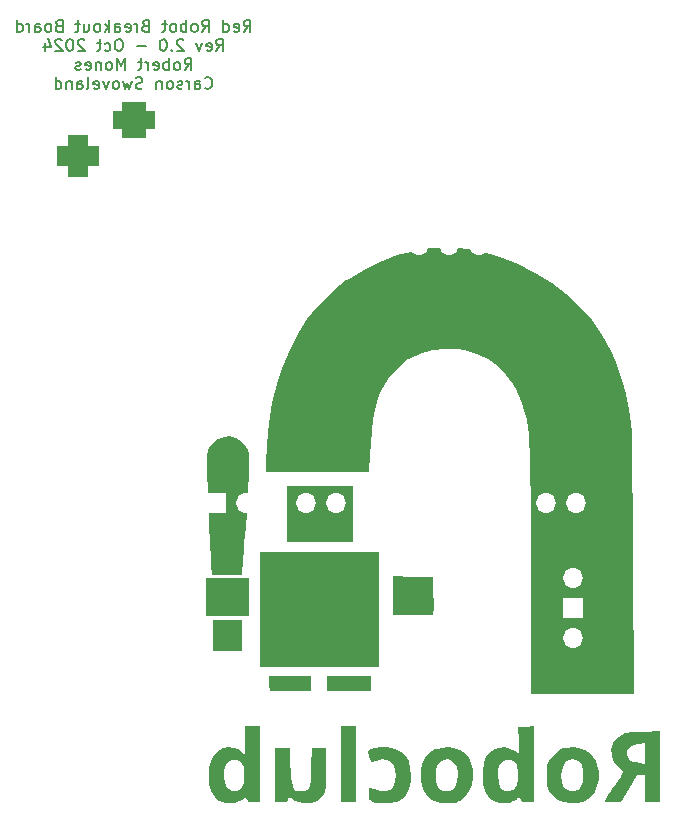
<source format=gbo>
%TF.GenerationSoftware,KiCad,Pcbnew,8.0.1-8.0.1-1~ubuntu22.04.1*%
%TF.CreationDate,2024-10-21T19:50:32-04:00*%
%TF.ProjectId,RedRobotBreakout,52656452-6f62-46f7-9442-7265616b6f75,rev?*%
%TF.SameCoordinates,Original*%
%TF.FileFunction,Legend,Bot*%
%TF.FilePolarity,Positive*%
%FSLAX46Y46*%
G04 Gerber Fmt 4.6, Leading zero omitted, Abs format (unit mm)*
G04 Created by KiCad (PCBNEW 8.0.1-8.0.1-1~ubuntu22.04.1) date 2024-10-21 19:50:32*
%MOMM*%
%LPD*%
G01*
G04 APERTURE LIST*
G04 Aperture macros list*
%AMRoundRect*
0 Rectangle with rounded corners*
0 $1 Rounding radius*
0 $2 $3 $4 $5 $6 $7 $8 $9 X,Y pos of 4 corners*
0 Add a 4 corners polygon primitive as box body*
4,1,4,$2,$3,$4,$5,$6,$7,$8,$9,$2,$3,0*
0 Add four circle primitives for the rounded corners*
1,1,$1+$1,$2,$3*
1,1,$1+$1,$4,$5*
1,1,$1+$1,$6,$7*
1,1,$1+$1,$8,$9*
0 Add four rect primitives between the rounded corners*
20,1,$1+$1,$2,$3,$4,$5,0*
20,1,$1+$1,$4,$5,$6,$7,0*
20,1,$1+$1,$6,$7,$8,$9,0*
20,1,$1+$1,$8,$9,$2,$3,0*%
G04 Aperture macros list end*
%ADD10C,0.150000*%
%ADD11C,0.000000*%
%ADD12RoundRect,0.875000X-0.875000X0.875000X-0.875000X-0.875000X0.875000X-0.875000X0.875000X0.875000X0*%
%ADD13RoundRect,0.750000X-1.000000X0.750000X-1.000000X-0.750000X1.000000X-0.750000X1.000000X0.750000X0*%
%ADD14R,3.500000X3.500000*%
%ADD15R,1.700000X1.700000*%
%ADD16O,1.700000X1.700000*%
%ADD17C,0.800000*%
%ADD18C,6.400000*%
%ADD19C,1.700000*%
%ADD20O,1.800000X1.800000*%
%ADD21O,1.500000X1.500000*%
G04 APERTURE END LIST*
D10*
X164249525Y-33139987D02*
X164582858Y-32663796D01*
X164820953Y-33139987D02*
X164820953Y-32139987D01*
X164820953Y-32139987D02*
X164440001Y-32139987D01*
X164440001Y-32139987D02*
X164344763Y-32187606D01*
X164344763Y-32187606D02*
X164297144Y-32235225D01*
X164297144Y-32235225D02*
X164249525Y-32330463D01*
X164249525Y-32330463D02*
X164249525Y-32473320D01*
X164249525Y-32473320D02*
X164297144Y-32568558D01*
X164297144Y-32568558D02*
X164344763Y-32616177D01*
X164344763Y-32616177D02*
X164440001Y-32663796D01*
X164440001Y-32663796D02*
X164820953Y-32663796D01*
X163440001Y-33092368D02*
X163535239Y-33139987D01*
X163535239Y-33139987D02*
X163725715Y-33139987D01*
X163725715Y-33139987D02*
X163820953Y-33092368D01*
X163820953Y-33092368D02*
X163868572Y-32997129D01*
X163868572Y-32997129D02*
X163868572Y-32616177D01*
X163868572Y-32616177D02*
X163820953Y-32520939D01*
X163820953Y-32520939D02*
X163725715Y-32473320D01*
X163725715Y-32473320D02*
X163535239Y-32473320D01*
X163535239Y-32473320D02*
X163440001Y-32520939D01*
X163440001Y-32520939D02*
X163392382Y-32616177D01*
X163392382Y-32616177D02*
X163392382Y-32711415D01*
X163392382Y-32711415D02*
X163868572Y-32806653D01*
X162535239Y-33139987D02*
X162535239Y-32139987D01*
X162535239Y-33092368D02*
X162630477Y-33139987D01*
X162630477Y-33139987D02*
X162820953Y-33139987D01*
X162820953Y-33139987D02*
X162916191Y-33092368D01*
X162916191Y-33092368D02*
X162963810Y-33044748D01*
X162963810Y-33044748D02*
X163011429Y-32949510D01*
X163011429Y-32949510D02*
X163011429Y-32663796D01*
X163011429Y-32663796D02*
X162963810Y-32568558D01*
X162963810Y-32568558D02*
X162916191Y-32520939D01*
X162916191Y-32520939D02*
X162820953Y-32473320D01*
X162820953Y-32473320D02*
X162630477Y-32473320D01*
X162630477Y-32473320D02*
X162535239Y-32520939D01*
X160725715Y-33139987D02*
X161059048Y-32663796D01*
X161297143Y-33139987D02*
X161297143Y-32139987D01*
X161297143Y-32139987D02*
X160916191Y-32139987D01*
X160916191Y-32139987D02*
X160820953Y-32187606D01*
X160820953Y-32187606D02*
X160773334Y-32235225D01*
X160773334Y-32235225D02*
X160725715Y-32330463D01*
X160725715Y-32330463D02*
X160725715Y-32473320D01*
X160725715Y-32473320D02*
X160773334Y-32568558D01*
X160773334Y-32568558D02*
X160820953Y-32616177D01*
X160820953Y-32616177D02*
X160916191Y-32663796D01*
X160916191Y-32663796D02*
X161297143Y-32663796D01*
X160154286Y-33139987D02*
X160249524Y-33092368D01*
X160249524Y-33092368D02*
X160297143Y-33044748D01*
X160297143Y-33044748D02*
X160344762Y-32949510D01*
X160344762Y-32949510D02*
X160344762Y-32663796D01*
X160344762Y-32663796D02*
X160297143Y-32568558D01*
X160297143Y-32568558D02*
X160249524Y-32520939D01*
X160249524Y-32520939D02*
X160154286Y-32473320D01*
X160154286Y-32473320D02*
X160011429Y-32473320D01*
X160011429Y-32473320D02*
X159916191Y-32520939D01*
X159916191Y-32520939D02*
X159868572Y-32568558D01*
X159868572Y-32568558D02*
X159820953Y-32663796D01*
X159820953Y-32663796D02*
X159820953Y-32949510D01*
X159820953Y-32949510D02*
X159868572Y-33044748D01*
X159868572Y-33044748D02*
X159916191Y-33092368D01*
X159916191Y-33092368D02*
X160011429Y-33139987D01*
X160011429Y-33139987D02*
X160154286Y-33139987D01*
X159392381Y-33139987D02*
X159392381Y-32139987D01*
X159392381Y-32520939D02*
X159297143Y-32473320D01*
X159297143Y-32473320D02*
X159106667Y-32473320D01*
X159106667Y-32473320D02*
X159011429Y-32520939D01*
X159011429Y-32520939D02*
X158963810Y-32568558D01*
X158963810Y-32568558D02*
X158916191Y-32663796D01*
X158916191Y-32663796D02*
X158916191Y-32949510D01*
X158916191Y-32949510D02*
X158963810Y-33044748D01*
X158963810Y-33044748D02*
X159011429Y-33092368D01*
X159011429Y-33092368D02*
X159106667Y-33139987D01*
X159106667Y-33139987D02*
X159297143Y-33139987D01*
X159297143Y-33139987D02*
X159392381Y-33092368D01*
X158344762Y-33139987D02*
X158440000Y-33092368D01*
X158440000Y-33092368D02*
X158487619Y-33044748D01*
X158487619Y-33044748D02*
X158535238Y-32949510D01*
X158535238Y-32949510D02*
X158535238Y-32663796D01*
X158535238Y-32663796D02*
X158487619Y-32568558D01*
X158487619Y-32568558D02*
X158440000Y-32520939D01*
X158440000Y-32520939D02*
X158344762Y-32473320D01*
X158344762Y-32473320D02*
X158201905Y-32473320D01*
X158201905Y-32473320D02*
X158106667Y-32520939D01*
X158106667Y-32520939D02*
X158059048Y-32568558D01*
X158059048Y-32568558D02*
X158011429Y-32663796D01*
X158011429Y-32663796D02*
X158011429Y-32949510D01*
X158011429Y-32949510D02*
X158059048Y-33044748D01*
X158059048Y-33044748D02*
X158106667Y-33092368D01*
X158106667Y-33092368D02*
X158201905Y-33139987D01*
X158201905Y-33139987D02*
X158344762Y-33139987D01*
X157725714Y-32473320D02*
X157344762Y-32473320D01*
X157582857Y-32139987D02*
X157582857Y-32997129D01*
X157582857Y-32997129D02*
X157535238Y-33092368D01*
X157535238Y-33092368D02*
X157440000Y-33139987D01*
X157440000Y-33139987D02*
X157344762Y-33139987D01*
X155916190Y-32616177D02*
X155773333Y-32663796D01*
X155773333Y-32663796D02*
X155725714Y-32711415D01*
X155725714Y-32711415D02*
X155678095Y-32806653D01*
X155678095Y-32806653D02*
X155678095Y-32949510D01*
X155678095Y-32949510D02*
X155725714Y-33044748D01*
X155725714Y-33044748D02*
X155773333Y-33092368D01*
X155773333Y-33092368D02*
X155868571Y-33139987D01*
X155868571Y-33139987D02*
X156249523Y-33139987D01*
X156249523Y-33139987D02*
X156249523Y-32139987D01*
X156249523Y-32139987D02*
X155916190Y-32139987D01*
X155916190Y-32139987D02*
X155820952Y-32187606D01*
X155820952Y-32187606D02*
X155773333Y-32235225D01*
X155773333Y-32235225D02*
X155725714Y-32330463D01*
X155725714Y-32330463D02*
X155725714Y-32425701D01*
X155725714Y-32425701D02*
X155773333Y-32520939D01*
X155773333Y-32520939D02*
X155820952Y-32568558D01*
X155820952Y-32568558D02*
X155916190Y-32616177D01*
X155916190Y-32616177D02*
X156249523Y-32616177D01*
X155249523Y-33139987D02*
X155249523Y-32473320D01*
X155249523Y-32663796D02*
X155201904Y-32568558D01*
X155201904Y-32568558D02*
X155154285Y-32520939D01*
X155154285Y-32520939D02*
X155059047Y-32473320D01*
X155059047Y-32473320D02*
X154963809Y-32473320D01*
X154249523Y-33092368D02*
X154344761Y-33139987D01*
X154344761Y-33139987D02*
X154535237Y-33139987D01*
X154535237Y-33139987D02*
X154630475Y-33092368D01*
X154630475Y-33092368D02*
X154678094Y-32997129D01*
X154678094Y-32997129D02*
X154678094Y-32616177D01*
X154678094Y-32616177D02*
X154630475Y-32520939D01*
X154630475Y-32520939D02*
X154535237Y-32473320D01*
X154535237Y-32473320D02*
X154344761Y-32473320D01*
X154344761Y-32473320D02*
X154249523Y-32520939D01*
X154249523Y-32520939D02*
X154201904Y-32616177D01*
X154201904Y-32616177D02*
X154201904Y-32711415D01*
X154201904Y-32711415D02*
X154678094Y-32806653D01*
X153344761Y-33139987D02*
X153344761Y-32616177D01*
X153344761Y-32616177D02*
X153392380Y-32520939D01*
X153392380Y-32520939D02*
X153487618Y-32473320D01*
X153487618Y-32473320D02*
X153678094Y-32473320D01*
X153678094Y-32473320D02*
X153773332Y-32520939D01*
X153344761Y-33092368D02*
X153439999Y-33139987D01*
X153439999Y-33139987D02*
X153678094Y-33139987D01*
X153678094Y-33139987D02*
X153773332Y-33092368D01*
X153773332Y-33092368D02*
X153820951Y-32997129D01*
X153820951Y-32997129D02*
X153820951Y-32901891D01*
X153820951Y-32901891D02*
X153773332Y-32806653D01*
X153773332Y-32806653D02*
X153678094Y-32759034D01*
X153678094Y-32759034D02*
X153439999Y-32759034D01*
X153439999Y-32759034D02*
X153344761Y-32711415D01*
X152868570Y-33139987D02*
X152868570Y-32139987D01*
X152773332Y-32759034D02*
X152487618Y-33139987D01*
X152487618Y-32473320D02*
X152868570Y-32854272D01*
X151916189Y-33139987D02*
X152011427Y-33092368D01*
X152011427Y-33092368D02*
X152059046Y-33044748D01*
X152059046Y-33044748D02*
X152106665Y-32949510D01*
X152106665Y-32949510D02*
X152106665Y-32663796D01*
X152106665Y-32663796D02*
X152059046Y-32568558D01*
X152059046Y-32568558D02*
X152011427Y-32520939D01*
X152011427Y-32520939D02*
X151916189Y-32473320D01*
X151916189Y-32473320D02*
X151773332Y-32473320D01*
X151773332Y-32473320D02*
X151678094Y-32520939D01*
X151678094Y-32520939D02*
X151630475Y-32568558D01*
X151630475Y-32568558D02*
X151582856Y-32663796D01*
X151582856Y-32663796D02*
X151582856Y-32949510D01*
X151582856Y-32949510D02*
X151630475Y-33044748D01*
X151630475Y-33044748D02*
X151678094Y-33092368D01*
X151678094Y-33092368D02*
X151773332Y-33139987D01*
X151773332Y-33139987D02*
X151916189Y-33139987D01*
X150725713Y-32473320D02*
X150725713Y-33139987D01*
X151154284Y-32473320D02*
X151154284Y-32997129D01*
X151154284Y-32997129D02*
X151106665Y-33092368D01*
X151106665Y-33092368D02*
X151011427Y-33139987D01*
X151011427Y-33139987D02*
X150868570Y-33139987D01*
X150868570Y-33139987D02*
X150773332Y-33092368D01*
X150773332Y-33092368D02*
X150725713Y-33044748D01*
X150392379Y-32473320D02*
X150011427Y-32473320D01*
X150249522Y-32139987D02*
X150249522Y-32997129D01*
X150249522Y-32997129D02*
X150201903Y-33092368D01*
X150201903Y-33092368D02*
X150106665Y-33139987D01*
X150106665Y-33139987D02*
X150011427Y-33139987D01*
X148582855Y-32616177D02*
X148439998Y-32663796D01*
X148439998Y-32663796D02*
X148392379Y-32711415D01*
X148392379Y-32711415D02*
X148344760Y-32806653D01*
X148344760Y-32806653D02*
X148344760Y-32949510D01*
X148344760Y-32949510D02*
X148392379Y-33044748D01*
X148392379Y-33044748D02*
X148439998Y-33092368D01*
X148439998Y-33092368D02*
X148535236Y-33139987D01*
X148535236Y-33139987D02*
X148916188Y-33139987D01*
X148916188Y-33139987D02*
X148916188Y-32139987D01*
X148916188Y-32139987D02*
X148582855Y-32139987D01*
X148582855Y-32139987D02*
X148487617Y-32187606D01*
X148487617Y-32187606D02*
X148439998Y-32235225D01*
X148439998Y-32235225D02*
X148392379Y-32330463D01*
X148392379Y-32330463D02*
X148392379Y-32425701D01*
X148392379Y-32425701D02*
X148439998Y-32520939D01*
X148439998Y-32520939D02*
X148487617Y-32568558D01*
X148487617Y-32568558D02*
X148582855Y-32616177D01*
X148582855Y-32616177D02*
X148916188Y-32616177D01*
X147773331Y-33139987D02*
X147868569Y-33092368D01*
X147868569Y-33092368D02*
X147916188Y-33044748D01*
X147916188Y-33044748D02*
X147963807Y-32949510D01*
X147963807Y-32949510D02*
X147963807Y-32663796D01*
X147963807Y-32663796D02*
X147916188Y-32568558D01*
X147916188Y-32568558D02*
X147868569Y-32520939D01*
X147868569Y-32520939D02*
X147773331Y-32473320D01*
X147773331Y-32473320D02*
X147630474Y-32473320D01*
X147630474Y-32473320D02*
X147535236Y-32520939D01*
X147535236Y-32520939D02*
X147487617Y-32568558D01*
X147487617Y-32568558D02*
X147439998Y-32663796D01*
X147439998Y-32663796D02*
X147439998Y-32949510D01*
X147439998Y-32949510D02*
X147487617Y-33044748D01*
X147487617Y-33044748D02*
X147535236Y-33092368D01*
X147535236Y-33092368D02*
X147630474Y-33139987D01*
X147630474Y-33139987D02*
X147773331Y-33139987D01*
X146582855Y-33139987D02*
X146582855Y-32616177D01*
X146582855Y-32616177D02*
X146630474Y-32520939D01*
X146630474Y-32520939D02*
X146725712Y-32473320D01*
X146725712Y-32473320D02*
X146916188Y-32473320D01*
X146916188Y-32473320D02*
X147011426Y-32520939D01*
X146582855Y-33092368D02*
X146678093Y-33139987D01*
X146678093Y-33139987D02*
X146916188Y-33139987D01*
X146916188Y-33139987D02*
X147011426Y-33092368D01*
X147011426Y-33092368D02*
X147059045Y-32997129D01*
X147059045Y-32997129D02*
X147059045Y-32901891D01*
X147059045Y-32901891D02*
X147011426Y-32806653D01*
X147011426Y-32806653D02*
X146916188Y-32759034D01*
X146916188Y-32759034D02*
X146678093Y-32759034D01*
X146678093Y-32759034D02*
X146582855Y-32711415D01*
X146106664Y-33139987D02*
X146106664Y-32473320D01*
X146106664Y-32663796D02*
X146059045Y-32568558D01*
X146059045Y-32568558D02*
X146011426Y-32520939D01*
X146011426Y-32520939D02*
X145916188Y-32473320D01*
X145916188Y-32473320D02*
X145820950Y-32473320D01*
X145059045Y-33139987D02*
X145059045Y-32139987D01*
X145059045Y-33092368D02*
X145154283Y-33139987D01*
X145154283Y-33139987D02*
X145344759Y-33139987D01*
X145344759Y-33139987D02*
X145439997Y-33092368D01*
X145439997Y-33092368D02*
X145487616Y-33044748D01*
X145487616Y-33044748D02*
X145535235Y-32949510D01*
X145535235Y-32949510D02*
X145535235Y-32663796D01*
X145535235Y-32663796D02*
X145487616Y-32568558D01*
X145487616Y-32568558D02*
X145439997Y-32520939D01*
X145439997Y-32520939D02*
X145344759Y-32473320D01*
X145344759Y-32473320D02*
X145154283Y-32473320D01*
X145154283Y-32473320D02*
X145059045Y-32520939D01*
X161916191Y-34749931D02*
X162249524Y-34273740D01*
X162487619Y-34749931D02*
X162487619Y-33749931D01*
X162487619Y-33749931D02*
X162106667Y-33749931D01*
X162106667Y-33749931D02*
X162011429Y-33797550D01*
X162011429Y-33797550D02*
X161963810Y-33845169D01*
X161963810Y-33845169D02*
X161916191Y-33940407D01*
X161916191Y-33940407D02*
X161916191Y-34083264D01*
X161916191Y-34083264D02*
X161963810Y-34178502D01*
X161963810Y-34178502D02*
X162011429Y-34226121D01*
X162011429Y-34226121D02*
X162106667Y-34273740D01*
X162106667Y-34273740D02*
X162487619Y-34273740D01*
X161106667Y-34702312D02*
X161201905Y-34749931D01*
X161201905Y-34749931D02*
X161392381Y-34749931D01*
X161392381Y-34749931D02*
X161487619Y-34702312D01*
X161487619Y-34702312D02*
X161535238Y-34607073D01*
X161535238Y-34607073D02*
X161535238Y-34226121D01*
X161535238Y-34226121D02*
X161487619Y-34130883D01*
X161487619Y-34130883D02*
X161392381Y-34083264D01*
X161392381Y-34083264D02*
X161201905Y-34083264D01*
X161201905Y-34083264D02*
X161106667Y-34130883D01*
X161106667Y-34130883D02*
X161059048Y-34226121D01*
X161059048Y-34226121D02*
X161059048Y-34321359D01*
X161059048Y-34321359D02*
X161535238Y-34416597D01*
X160725714Y-34083264D02*
X160487619Y-34749931D01*
X160487619Y-34749931D02*
X160249524Y-34083264D01*
X159154285Y-33845169D02*
X159106666Y-33797550D01*
X159106666Y-33797550D02*
X159011428Y-33749931D01*
X159011428Y-33749931D02*
X158773333Y-33749931D01*
X158773333Y-33749931D02*
X158678095Y-33797550D01*
X158678095Y-33797550D02*
X158630476Y-33845169D01*
X158630476Y-33845169D02*
X158582857Y-33940407D01*
X158582857Y-33940407D02*
X158582857Y-34035645D01*
X158582857Y-34035645D02*
X158630476Y-34178502D01*
X158630476Y-34178502D02*
X159201904Y-34749931D01*
X159201904Y-34749931D02*
X158582857Y-34749931D01*
X158154285Y-34654692D02*
X158106666Y-34702312D01*
X158106666Y-34702312D02*
X158154285Y-34749931D01*
X158154285Y-34749931D02*
X158201904Y-34702312D01*
X158201904Y-34702312D02*
X158154285Y-34654692D01*
X158154285Y-34654692D02*
X158154285Y-34749931D01*
X157487619Y-33749931D02*
X157392381Y-33749931D01*
X157392381Y-33749931D02*
X157297143Y-33797550D01*
X157297143Y-33797550D02*
X157249524Y-33845169D01*
X157249524Y-33845169D02*
X157201905Y-33940407D01*
X157201905Y-33940407D02*
X157154286Y-34130883D01*
X157154286Y-34130883D02*
X157154286Y-34368978D01*
X157154286Y-34368978D02*
X157201905Y-34559454D01*
X157201905Y-34559454D02*
X157249524Y-34654692D01*
X157249524Y-34654692D02*
X157297143Y-34702312D01*
X157297143Y-34702312D02*
X157392381Y-34749931D01*
X157392381Y-34749931D02*
X157487619Y-34749931D01*
X157487619Y-34749931D02*
X157582857Y-34702312D01*
X157582857Y-34702312D02*
X157630476Y-34654692D01*
X157630476Y-34654692D02*
X157678095Y-34559454D01*
X157678095Y-34559454D02*
X157725714Y-34368978D01*
X157725714Y-34368978D02*
X157725714Y-34130883D01*
X157725714Y-34130883D02*
X157678095Y-33940407D01*
X157678095Y-33940407D02*
X157630476Y-33845169D01*
X157630476Y-33845169D02*
X157582857Y-33797550D01*
X157582857Y-33797550D02*
X157487619Y-33749931D01*
X155963809Y-34368978D02*
X155201905Y-34368978D01*
X153773333Y-33749931D02*
X153582857Y-33749931D01*
X153582857Y-33749931D02*
X153487619Y-33797550D01*
X153487619Y-33797550D02*
X153392381Y-33892788D01*
X153392381Y-33892788D02*
X153344762Y-34083264D01*
X153344762Y-34083264D02*
X153344762Y-34416597D01*
X153344762Y-34416597D02*
X153392381Y-34607073D01*
X153392381Y-34607073D02*
X153487619Y-34702312D01*
X153487619Y-34702312D02*
X153582857Y-34749931D01*
X153582857Y-34749931D02*
X153773333Y-34749931D01*
X153773333Y-34749931D02*
X153868571Y-34702312D01*
X153868571Y-34702312D02*
X153963809Y-34607073D01*
X153963809Y-34607073D02*
X154011428Y-34416597D01*
X154011428Y-34416597D02*
X154011428Y-34083264D01*
X154011428Y-34083264D02*
X153963809Y-33892788D01*
X153963809Y-33892788D02*
X153868571Y-33797550D01*
X153868571Y-33797550D02*
X153773333Y-33749931D01*
X152487619Y-34702312D02*
X152582857Y-34749931D01*
X152582857Y-34749931D02*
X152773333Y-34749931D01*
X152773333Y-34749931D02*
X152868571Y-34702312D01*
X152868571Y-34702312D02*
X152916190Y-34654692D01*
X152916190Y-34654692D02*
X152963809Y-34559454D01*
X152963809Y-34559454D02*
X152963809Y-34273740D01*
X152963809Y-34273740D02*
X152916190Y-34178502D01*
X152916190Y-34178502D02*
X152868571Y-34130883D01*
X152868571Y-34130883D02*
X152773333Y-34083264D01*
X152773333Y-34083264D02*
X152582857Y-34083264D01*
X152582857Y-34083264D02*
X152487619Y-34130883D01*
X152201904Y-34083264D02*
X151820952Y-34083264D01*
X152059047Y-33749931D02*
X152059047Y-34607073D01*
X152059047Y-34607073D02*
X152011428Y-34702312D01*
X152011428Y-34702312D02*
X151916190Y-34749931D01*
X151916190Y-34749931D02*
X151820952Y-34749931D01*
X150773332Y-33845169D02*
X150725713Y-33797550D01*
X150725713Y-33797550D02*
X150630475Y-33749931D01*
X150630475Y-33749931D02*
X150392380Y-33749931D01*
X150392380Y-33749931D02*
X150297142Y-33797550D01*
X150297142Y-33797550D02*
X150249523Y-33845169D01*
X150249523Y-33845169D02*
X150201904Y-33940407D01*
X150201904Y-33940407D02*
X150201904Y-34035645D01*
X150201904Y-34035645D02*
X150249523Y-34178502D01*
X150249523Y-34178502D02*
X150820951Y-34749931D01*
X150820951Y-34749931D02*
X150201904Y-34749931D01*
X149582856Y-33749931D02*
X149487618Y-33749931D01*
X149487618Y-33749931D02*
X149392380Y-33797550D01*
X149392380Y-33797550D02*
X149344761Y-33845169D01*
X149344761Y-33845169D02*
X149297142Y-33940407D01*
X149297142Y-33940407D02*
X149249523Y-34130883D01*
X149249523Y-34130883D02*
X149249523Y-34368978D01*
X149249523Y-34368978D02*
X149297142Y-34559454D01*
X149297142Y-34559454D02*
X149344761Y-34654692D01*
X149344761Y-34654692D02*
X149392380Y-34702312D01*
X149392380Y-34702312D02*
X149487618Y-34749931D01*
X149487618Y-34749931D02*
X149582856Y-34749931D01*
X149582856Y-34749931D02*
X149678094Y-34702312D01*
X149678094Y-34702312D02*
X149725713Y-34654692D01*
X149725713Y-34654692D02*
X149773332Y-34559454D01*
X149773332Y-34559454D02*
X149820951Y-34368978D01*
X149820951Y-34368978D02*
X149820951Y-34130883D01*
X149820951Y-34130883D02*
X149773332Y-33940407D01*
X149773332Y-33940407D02*
X149725713Y-33845169D01*
X149725713Y-33845169D02*
X149678094Y-33797550D01*
X149678094Y-33797550D02*
X149582856Y-33749931D01*
X148868570Y-33845169D02*
X148820951Y-33797550D01*
X148820951Y-33797550D02*
X148725713Y-33749931D01*
X148725713Y-33749931D02*
X148487618Y-33749931D01*
X148487618Y-33749931D02*
X148392380Y-33797550D01*
X148392380Y-33797550D02*
X148344761Y-33845169D01*
X148344761Y-33845169D02*
X148297142Y-33940407D01*
X148297142Y-33940407D02*
X148297142Y-34035645D01*
X148297142Y-34035645D02*
X148344761Y-34178502D01*
X148344761Y-34178502D02*
X148916189Y-34749931D01*
X148916189Y-34749931D02*
X148297142Y-34749931D01*
X147439999Y-34083264D02*
X147439999Y-34749931D01*
X147678094Y-33702312D02*
X147916189Y-34416597D01*
X147916189Y-34416597D02*
X147297142Y-34416597D01*
X159249524Y-36359875D02*
X159582857Y-35883684D01*
X159820952Y-36359875D02*
X159820952Y-35359875D01*
X159820952Y-35359875D02*
X159440000Y-35359875D01*
X159440000Y-35359875D02*
X159344762Y-35407494D01*
X159344762Y-35407494D02*
X159297143Y-35455113D01*
X159297143Y-35455113D02*
X159249524Y-35550351D01*
X159249524Y-35550351D02*
X159249524Y-35693208D01*
X159249524Y-35693208D02*
X159297143Y-35788446D01*
X159297143Y-35788446D02*
X159344762Y-35836065D01*
X159344762Y-35836065D02*
X159440000Y-35883684D01*
X159440000Y-35883684D02*
X159820952Y-35883684D01*
X158678095Y-36359875D02*
X158773333Y-36312256D01*
X158773333Y-36312256D02*
X158820952Y-36264636D01*
X158820952Y-36264636D02*
X158868571Y-36169398D01*
X158868571Y-36169398D02*
X158868571Y-35883684D01*
X158868571Y-35883684D02*
X158820952Y-35788446D01*
X158820952Y-35788446D02*
X158773333Y-35740827D01*
X158773333Y-35740827D02*
X158678095Y-35693208D01*
X158678095Y-35693208D02*
X158535238Y-35693208D01*
X158535238Y-35693208D02*
X158440000Y-35740827D01*
X158440000Y-35740827D02*
X158392381Y-35788446D01*
X158392381Y-35788446D02*
X158344762Y-35883684D01*
X158344762Y-35883684D02*
X158344762Y-36169398D01*
X158344762Y-36169398D02*
X158392381Y-36264636D01*
X158392381Y-36264636D02*
X158440000Y-36312256D01*
X158440000Y-36312256D02*
X158535238Y-36359875D01*
X158535238Y-36359875D02*
X158678095Y-36359875D01*
X157916190Y-36359875D02*
X157916190Y-35359875D01*
X157916190Y-35740827D02*
X157820952Y-35693208D01*
X157820952Y-35693208D02*
X157630476Y-35693208D01*
X157630476Y-35693208D02*
X157535238Y-35740827D01*
X157535238Y-35740827D02*
X157487619Y-35788446D01*
X157487619Y-35788446D02*
X157440000Y-35883684D01*
X157440000Y-35883684D02*
X157440000Y-36169398D01*
X157440000Y-36169398D02*
X157487619Y-36264636D01*
X157487619Y-36264636D02*
X157535238Y-36312256D01*
X157535238Y-36312256D02*
X157630476Y-36359875D01*
X157630476Y-36359875D02*
X157820952Y-36359875D01*
X157820952Y-36359875D02*
X157916190Y-36312256D01*
X156630476Y-36312256D02*
X156725714Y-36359875D01*
X156725714Y-36359875D02*
X156916190Y-36359875D01*
X156916190Y-36359875D02*
X157011428Y-36312256D01*
X157011428Y-36312256D02*
X157059047Y-36217017D01*
X157059047Y-36217017D02*
X157059047Y-35836065D01*
X157059047Y-35836065D02*
X157011428Y-35740827D01*
X157011428Y-35740827D02*
X156916190Y-35693208D01*
X156916190Y-35693208D02*
X156725714Y-35693208D01*
X156725714Y-35693208D02*
X156630476Y-35740827D01*
X156630476Y-35740827D02*
X156582857Y-35836065D01*
X156582857Y-35836065D02*
X156582857Y-35931303D01*
X156582857Y-35931303D02*
X157059047Y-36026541D01*
X156154285Y-36359875D02*
X156154285Y-35693208D01*
X156154285Y-35883684D02*
X156106666Y-35788446D01*
X156106666Y-35788446D02*
X156059047Y-35740827D01*
X156059047Y-35740827D02*
X155963809Y-35693208D01*
X155963809Y-35693208D02*
X155868571Y-35693208D01*
X155678094Y-35693208D02*
X155297142Y-35693208D01*
X155535237Y-35359875D02*
X155535237Y-36217017D01*
X155535237Y-36217017D02*
X155487618Y-36312256D01*
X155487618Y-36312256D02*
X155392380Y-36359875D01*
X155392380Y-36359875D02*
X155297142Y-36359875D01*
X154201903Y-36359875D02*
X154201903Y-35359875D01*
X154201903Y-35359875D02*
X153868570Y-36074160D01*
X153868570Y-36074160D02*
X153535237Y-35359875D01*
X153535237Y-35359875D02*
X153535237Y-36359875D01*
X152916189Y-36359875D02*
X153011427Y-36312256D01*
X153011427Y-36312256D02*
X153059046Y-36264636D01*
X153059046Y-36264636D02*
X153106665Y-36169398D01*
X153106665Y-36169398D02*
X153106665Y-35883684D01*
X153106665Y-35883684D02*
X153059046Y-35788446D01*
X153059046Y-35788446D02*
X153011427Y-35740827D01*
X153011427Y-35740827D02*
X152916189Y-35693208D01*
X152916189Y-35693208D02*
X152773332Y-35693208D01*
X152773332Y-35693208D02*
X152678094Y-35740827D01*
X152678094Y-35740827D02*
X152630475Y-35788446D01*
X152630475Y-35788446D02*
X152582856Y-35883684D01*
X152582856Y-35883684D02*
X152582856Y-36169398D01*
X152582856Y-36169398D02*
X152630475Y-36264636D01*
X152630475Y-36264636D02*
X152678094Y-36312256D01*
X152678094Y-36312256D02*
X152773332Y-36359875D01*
X152773332Y-36359875D02*
X152916189Y-36359875D01*
X152154284Y-35693208D02*
X152154284Y-36359875D01*
X152154284Y-35788446D02*
X152106665Y-35740827D01*
X152106665Y-35740827D02*
X152011427Y-35693208D01*
X152011427Y-35693208D02*
X151868570Y-35693208D01*
X151868570Y-35693208D02*
X151773332Y-35740827D01*
X151773332Y-35740827D02*
X151725713Y-35836065D01*
X151725713Y-35836065D02*
X151725713Y-36359875D01*
X150868570Y-36312256D02*
X150963808Y-36359875D01*
X150963808Y-36359875D02*
X151154284Y-36359875D01*
X151154284Y-36359875D02*
X151249522Y-36312256D01*
X151249522Y-36312256D02*
X151297141Y-36217017D01*
X151297141Y-36217017D02*
X151297141Y-35836065D01*
X151297141Y-35836065D02*
X151249522Y-35740827D01*
X151249522Y-35740827D02*
X151154284Y-35693208D01*
X151154284Y-35693208D02*
X150963808Y-35693208D01*
X150963808Y-35693208D02*
X150868570Y-35740827D01*
X150868570Y-35740827D02*
X150820951Y-35836065D01*
X150820951Y-35836065D02*
X150820951Y-35931303D01*
X150820951Y-35931303D02*
X151297141Y-36026541D01*
X150439998Y-36312256D02*
X150344760Y-36359875D01*
X150344760Y-36359875D02*
X150154284Y-36359875D01*
X150154284Y-36359875D02*
X150059046Y-36312256D01*
X150059046Y-36312256D02*
X150011427Y-36217017D01*
X150011427Y-36217017D02*
X150011427Y-36169398D01*
X150011427Y-36169398D02*
X150059046Y-36074160D01*
X150059046Y-36074160D02*
X150154284Y-36026541D01*
X150154284Y-36026541D02*
X150297141Y-36026541D01*
X150297141Y-36026541D02*
X150392379Y-35978922D01*
X150392379Y-35978922D02*
X150439998Y-35883684D01*
X150439998Y-35883684D02*
X150439998Y-35836065D01*
X150439998Y-35836065D02*
X150392379Y-35740827D01*
X150392379Y-35740827D02*
X150297141Y-35693208D01*
X150297141Y-35693208D02*
X150154284Y-35693208D01*
X150154284Y-35693208D02*
X150059046Y-35740827D01*
X160963810Y-37874580D02*
X161011429Y-37922200D01*
X161011429Y-37922200D02*
X161154286Y-37969819D01*
X161154286Y-37969819D02*
X161249524Y-37969819D01*
X161249524Y-37969819D02*
X161392381Y-37922200D01*
X161392381Y-37922200D02*
X161487619Y-37826961D01*
X161487619Y-37826961D02*
X161535238Y-37731723D01*
X161535238Y-37731723D02*
X161582857Y-37541247D01*
X161582857Y-37541247D02*
X161582857Y-37398390D01*
X161582857Y-37398390D02*
X161535238Y-37207914D01*
X161535238Y-37207914D02*
X161487619Y-37112676D01*
X161487619Y-37112676D02*
X161392381Y-37017438D01*
X161392381Y-37017438D02*
X161249524Y-36969819D01*
X161249524Y-36969819D02*
X161154286Y-36969819D01*
X161154286Y-36969819D02*
X161011429Y-37017438D01*
X161011429Y-37017438D02*
X160963810Y-37065057D01*
X160106667Y-37969819D02*
X160106667Y-37446009D01*
X160106667Y-37446009D02*
X160154286Y-37350771D01*
X160154286Y-37350771D02*
X160249524Y-37303152D01*
X160249524Y-37303152D02*
X160440000Y-37303152D01*
X160440000Y-37303152D02*
X160535238Y-37350771D01*
X160106667Y-37922200D02*
X160201905Y-37969819D01*
X160201905Y-37969819D02*
X160440000Y-37969819D01*
X160440000Y-37969819D02*
X160535238Y-37922200D01*
X160535238Y-37922200D02*
X160582857Y-37826961D01*
X160582857Y-37826961D02*
X160582857Y-37731723D01*
X160582857Y-37731723D02*
X160535238Y-37636485D01*
X160535238Y-37636485D02*
X160440000Y-37588866D01*
X160440000Y-37588866D02*
X160201905Y-37588866D01*
X160201905Y-37588866D02*
X160106667Y-37541247D01*
X159630476Y-37969819D02*
X159630476Y-37303152D01*
X159630476Y-37493628D02*
X159582857Y-37398390D01*
X159582857Y-37398390D02*
X159535238Y-37350771D01*
X159535238Y-37350771D02*
X159440000Y-37303152D01*
X159440000Y-37303152D02*
X159344762Y-37303152D01*
X159059047Y-37922200D02*
X158963809Y-37969819D01*
X158963809Y-37969819D02*
X158773333Y-37969819D01*
X158773333Y-37969819D02*
X158678095Y-37922200D01*
X158678095Y-37922200D02*
X158630476Y-37826961D01*
X158630476Y-37826961D02*
X158630476Y-37779342D01*
X158630476Y-37779342D02*
X158678095Y-37684104D01*
X158678095Y-37684104D02*
X158773333Y-37636485D01*
X158773333Y-37636485D02*
X158916190Y-37636485D01*
X158916190Y-37636485D02*
X159011428Y-37588866D01*
X159011428Y-37588866D02*
X159059047Y-37493628D01*
X159059047Y-37493628D02*
X159059047Y-37446009D01*
X159059047Y-37446009D02*
X159011428Y-37350771D01*
X159011428Y-37350771D02*
X158916190Y-37303152D01*
X158916190Y-37303152D02*
X158773333Y-37303152D01*
X158773333Y-37303152D02*
X158678095Y-37350771D01*
X158059047Y-37969819D02*
X158154285Y-37922200D01*
X158154285Y-37922200D02*
X158201904Y-37874580D01*
X158201904Y-37874580D02*
X158249523Y-37779342D01*
X158249523Y-37779342D02*
X158249523Y-37493628D01*
X158249523Y-37493628D02*
X158201904Y-37398390D01*
X158201904Y-37398390D02*
X158154285Y-37350771D01*
X158154285Y-37350771D02*
X158059047Y-37303152D01*
X158059047Y-37303152D02*
X157916190Y-37303152D01*
X157916190Y-37303152D02*
X157820952Y-37350771D01*
X157820952Y-37350771D02*
X157773333Y-37398390D01*
X157773333Y-37398390D02*
X157725714Y-37493628D01*
X157725714Y-37493628D02*
X157725714Y-37779342D01*
X157725714Y-37779342D02*
X157773333Y-37874580D01*
X157773333Y-37874580D02*
X157820952Y-37922200D01*
X157820952Y-37922200D02*
X157916190Y-37969819D01*
X157916190Y-37969819D02*
X158059047Y-37969819D01*
X157297142Y-37303152D02*
X157297142Y-37969819D01*
X157297142Y-37398390D02*
X157249523Y-37350771D01*
X157249523Y-37350771D02*
X157154285Y-37303152D01*
X157154285Y-37303152D02*
X157011428Y-37303152D01*
X157011428Y-37303152D02*
X156916190Y-37350771D01*
X156916190Y-37350771D02*
X156868571Y-37446009D01*
X156868571Y-37446009D02*
X156868571Y-37969819D01*
X155678094Y-37922200D02*
X155535237Y-37969819D01*
X155535237Y-37969819D02*
X155297142Y-37969819D01*
X155297142Y-37969819D02*
X155201904Y-37922200D01*
X155201904Y-37922200D02*
X155154285Y-37874580D01*
X155154285Y-37874580D02*
X155106666Y-37779342D01*
X155106666Y-37779342D02*
X155106666Y-37684104D01*
X155106666Y-37684104D02*
X155154285Y-37588866D01*
X155154285Y-37588866D02*
X155201904Y-37541247D01*
X155201904Y-37541247D02*
X155297142Y-37493628D01*
X155297142Y-37493628D02*
X155487618Y-37446009D01*
X155487618Y-37446009D02*
X155582856Y-37398390D01*
X155582856Y-37398390D02*
X155630475Y-37350771D01*
X155630475Y-37350771D02*
X155678094Y-37255533D01*
X155678094Y-37255533D02*
X155678094Y-37160295D01*
X155678094Y-37160295D02*
X155630475Y-37065057D01*
X155630475Y-37065057D02*
X155582856Y-37017438D01*
X155582856Y-37017438D02*
X155487618Y-36969819D01*
X155487618Y-36969819D02*
X155249523Y-36969819D01*
X155249523Y-36969819D02*
X155106666Y-37017438D01*
X154773332Y-37303152D02*
X154582856Y-37969819D01*
X154582856Y-37969819D02*
X154392380Y-37493628D01*
X154392380Y-37493628D02*
X154201904Y-37969819D01*
X154201904Y-37969819D02*
X154011428Y-37303152D01*
X153487618Y-37969819D02*
X153582856Y-37922200D01*
X153582856Y-37922200D02*
X153630475Y-37874580D01*
X153630475Y-37874580D02*
X153678094Y-37779342D01*
X153678094Y-37779342D02*
X153678094Y-37493628D01*
X153678094Y-37493628D02*
X153630475Y-37398390D01*
X153630475Y-37398390D02*
X153582856Y-37350771D01*
X153582856Y-37350771D02*
X153487618Y-37303152D01*
X153487618Y-37303152D02*
X153344761Y-37303152D01*
X153344761Y-37303152D02*
X153249523Y-37350771D01*
X153249523Y-37350771D02*
X153201904Y-37398390D01*
X153201904Y-37398390D02*
X153154285Y-37493628D01*
X153154285Y-37493628D02*
X153154285Y-37779342D01*
X153154285Y-37779342D02*
X153201904Y-37874580D01*
X153201904Y-37874580D02*
X153249523Y-37922200D01*
X153249523Y-37922200D02*
X153344761Y-37969819D01*
X153344761Y-37969819D02*
X153487618Y-37969819D01*
X152820951Y-37303152D02*
X152582856Y-37969819D01*
X152582856Y-37969819D02*
X152344761Y-37303152D01*
X151582856Y-37922200D02*
X151678094Y-37969819D01*
X151678094Y-37969819D02*
X151868570Y-37969819D01*
X151868570Y-37969819D02*
X151963808Y-37922200D01*
X151963808Y-37922200D02*
X152011427Y-37826961D01*
X152011427Y-37826961D02*
X152011427Y-37446009D01*
X152011427Y-37446009D02*
X151963808Y-37350771D01*
X151963808Y-37350771D02*
X151868570Y-37303152D01*
X151868570Y-37303152D02*
X151678094Y-37303152D01*
X151678094Y-37303152D02*
X151582856Y-37350771D01*
X151582856Y-37350771D02*
X151535237Y-37446009D01*
X151535237Y-37446009D02*
X151535237Y-37541247D01*
X151535237Y-37541247D02*
X152011427Y-37636485D01*
X150963808Y-37969819D02*
X151059046Y-37922200D01*
X151059046Y-37922200D02*
X151106665Y-37826961D01*
X151106665Y-37826961D02*
X151106665Y-36969819D01*
X150154284Y-37969819D02*
X150154284Y-37446009D01*
X150154284Y-37446009D02*
X150201903Y-37350771D01*
X150201903Y-37350771D02*
X150297141Y-37303152D01*
X150297141Y-37303152D02*
X150487617Y-37303152D01*
X150487617Y-37303152D02*
X150582855Y-37350771D01*
X150154284Y-37922200D02*
X150249522Y-37969819D01*
X150249522Y-37969819D02*
X150487617Y-37969819D01*
X150487617Y-37969819D02*
X150582855Y-37922200D01*
X150582855Y-37922200D02*
X150630474Y-37826961D01*
X150630474Y-37826961D02*
X150630474Y-37731723D01*
X150630474Y-37731723D02*
X150582855Y-37636485D01*
X150582855Y-37636485D02*
X150487617Y-37588866D01*
X150487617Y-37588866D02*
X150249522Y-37588866D01*
X150249522Y-37588866D02*
X150154284Y-37541247D01*
X149678093Y-37303152D02*
X149678093Y-37969819D01*
X149678093Y-37398390D02*
X149630474Y-37350771D01*
X149630474Y-37350771D02*
X149535236Y-37303152D01*
X149535236Y-37303152D02*
X149392379Y-37303152D01*
X149392379Y-37303152D02*
X149297141Y-37350771D01*
X149297141Y-37350771D02*
X149249522Y-37446009D01*
X149249522Y-37446009D02*
X149249522Y-37969819D01*
X148344760Y-37969819D02*
X148344760Y-36969819D01*
X148344760Y-37922200D02*
X148439998Y-37969819D01*
X148439998Y-37969819D02*
X148630474Y-37969819D01*
X148630474Y-37969819D02*
X148725712Y-37922200D01*
X148725712Y-37922200D02*
X148773331Y-37874580D01*
X148773331Y-37874580D02*
X148820950Y-37779342D01*
X148820950Y-37779342D02*
X148820950Y-37493628D01*
X148820950Y-37493628D02*
X148773331Y-37398390D01*
X148773331Y-37398390D02*
X148725712Y-37350771D01*
X148725712Y-37350771D02*
X148630474Y-37303152D01*
X148630474Y-37303152D02*
X148439998Y-37303152D01*
X148439998Y-37303152D02*
X148344760Y-37350771D01*
D11*
%TO.C,G\u002A\u002A\u002A*%
G36*
X198852357Y-69969944D02*
G01*
X198846351Y-70055818D01*
X198807740Y-70081069D01*
X198790906Y-70051115D01*
X198801034Y-69918791D01*
X198831611Y-69879602D01*
X198852357Y-69969944D01*
G37*
G36*
X164709231Y-81026000D02*
G01*
X164709231Y-82634666D01*
X162882810Y-82634666D01*
X161056388Y-82634666D01*
X161056388Y-81026000D01*
X161056388Y-79417333D01*
X162882810Y-79417333D01*
X164709231Y-79417333D01*
X164709231Y-81026000D01*
G37*
G36*
X175667760Y-82084333D02*
G01*
X175667760Y-86952666D01*
X170655720Y-86952666D01*
X165643679Y-86952666D01*
X165643679Y-82084333D01*
X165643679Y-77216000D01*
X170655720Y-77216000D01*
X175667760Y-77216000D01*
X175667760Y-82084333D01*
G37*
G36*
X169976121Y-88351384D02*
G01*
X169976121Y-88988102D01*
X168213412Y-88965217D01*
X166450703Y-88942333D01*
X166425744Y-88328500D01*
X166400785Y-87714666D01*
X168188453Y-87714666D01*
X169976121Y-87714666D01*
X169976121Y-88351384D01*
G37*
G36*
X173544014Y-73998666D02*
G01*
X173544014Y-76369333D01*
X170740669Y-76369333D01*
X167937325Y-76369333D01*
X167937325Y-73998666D01*
X167937325Y-71628000D01*
X170740669Y-71628000D01*
X173544014Y-71628000D01*
X173544014Y-73998666D01*
G37*
G36*
X175073111Y-88349666D02*
G01*
X175073111Y-88984666D01*
X173204215Y-88984666D01*
X171335318Y-88984666D01*
X171335318Y-88349666D01*
X171335318Y-87714666D01*
X173204215Y-87714666D01*
X175073111Y-87714666D01*
X175073111Y-88349666D01*
G37*
G36*
X173798863Y-95165333D02*
G01*
X173798863Y-98382666D01*
X173161740Y-98382666D01*
X172524616Y-98382666D01*
X172524616Y-95165333D01*
X172524616Y-91948000D01*
X173161740Y-91948000D01*
X173798863Y-91948000D01*
X173798863Y-95165333D01*
G37*
G36*
X164114582Y-84229222D02*
G01*
X164113813Y-84436288D01*
X164107133Y-84857327D01*
X164094698Y-85202697D01*
X164077854Y-85441179D01*
X164057949Y-85541555D01*
X164044044Y-85547932D01*
X163898405Y-85567598D01*
X163625167Y-85583493D01*
X163256900Y-85594124D01*
X162826177Y-85598000D01*
X161651037Y-85598000D01*
X161651037Y-84285666D01*
X161651037Y-82973333D01*
X162882810Y-82973333D01*
X164114582Y-82973333D01*
X164114582Y-84229222D01*
G37*
G36*
X178577291Y-79267413D02*
G01*
X180297526Y-79290333D01*
X180320798Y-80811486D01*
X180325713Y-81253122D01*
X180326537Y-81701426D01*
X180322674Y-82068452D01*
X180314459Y-82324863D01*
X180302227Y-82441320D01*
X180275812Y-82467707D01*
X180166093Y-82500268D01*
X179957186Y-82523677D01*
X179631428Y-82539034D01*
X179171160Y-82547442D01*
X178558720Y-82550000D01*
X176857057Y-82550000D01*
X176857057Y-80897246D01*
X176857057Y-79244493D01*
X178577291Y-79267413D01*
G37*
G36*
X168207944Y-95271166D02*
G01*
X168218821Y-95636175D01*
X168252729Y-96237012D01*
X168309923Y-96694686D01*
X168398470Y-97026319D01*
X168526439Y-97249033D01*
X168701899Y-97379950D01*
X168932917Y-97436190D01*
X169227563Y-97434876D01*
X169324261Y-97424918D01*
X169571098Y-97346834D01*
X169754801Y-97170561D01*
X169801278Y-97102630D01*
X169853175Y-96994726D01*
X169891045Y-96849868D01*
X169917963Y-96641580D01*
X169937002Y-96343388D01*
X169951238Y-95928818D01*
X169963745Y-95371395D01*
X169994749Y-93810666D01*
X170628602Y-93810666D01*
X171262455Y-93810666D01*
X171235174Y-95609833D01*
X171229122Y-95992516D01*
X171218874Y-96501562D01*
X171205856Y-96882600D01*
X171187291Y-97161333D01*
X171160401Y-97363464D01*
X171122408Y-97514694D01*
X171070533Y-97640726D01*
X171002000Y-97767262D01*
X170807321Y-98029417D01*
X170449826Y-98296362D01*
X170282329Y-98364698D01*
X169856211Y-98451418D01*
X169395221Y-98453507D01*
X168947852Y-98377275D01*
X168562600Y-98229030D01*
X168287960Y-98015084D01*
X168280617Y-98006313D01*
X168146516Y-97889543D01*
X168056522Y-97928008D01*
X167992542Y-98128666D01*
X167987133Y-98155276D01*
X167948432Y-98284583D01*
X167872004Y-98352328D01*
X167713794Y-98378395D01*
X167429750Y-98382666D01*
X166917927Y-98382666D01*
X166917927Y-96096666D01*
X166917927Y-93810666D01*
X167545415Y-93810666D01*
X168172903Y-93810666D01*
X168207944Y-95271166D01*
G37*
G36*
X163586374Y-67525800D02*
G01*
X163838880Y-67662079D01*
X164179564Y-67933676D01*
X164465530Y-68255413D01*
X164643791Y-68574726D01*
X164650806Y-68595727D01*
X164695404Y-68816721D01*
X164722890Y-69147140D01*
X164733009Y-69594337D01*
X164725503Y-70165667D01*
X164700116Y-70868482D01*
X164656591Y-71710136D01*
X164594672Y-72697983D01*
X164514101Y-73839375D01*
X164414623Y-75141666D01*
X164365908Y-75762040D01*
X164307290Y-76512427D01*
X164254020Y-77198690D01*
X164207436Y-77803384D01*
X164168872Y-78309059D01*
X164139667Y-78698268D01*
X164121156Y-78953564D01*
X164114675Y-79057500D01*
X164088038Y-79092629D01*
X163967381Y-79125874D01*
X163732399Y-79147712D01*
X163364611Y-79159684D01*
X162845540Y-79163333D01*
X161576498Y-79163333D01*
X161533690Y-78803500D01*
X161521470Y-78661816D01*
X161501739Y-78353639D01*
X161477347Y-77914440D01*
X161449212Y-77365051D01*
X161418250Y-76726307D01*
X161385377Y-76019042D01*
X161351511Y-75264089D01*
X161317569Y-74482282D01*
X161284466Y-73694454D01*
X161253121Y-72921440D01*
X161224449Y-72184073D01*
X161199367Y-71503187D01*
X161178793Y-70899616D01*
X161163643Y-70394194D01*
X161151031Y-69891508D01*
X161143961Y-69445321D01*
X161146624Y-69115566D01*
X161160815Y-68873968D01*
X161188328Y-68692249D01*
X161230957Y-68542134D01*
X161290498Y-68395344D01*
X161379588Y-68225155D01*
X161696874Y-67850380D01*
X162111671Y-67579621D01*
X162588504Y-67426314D01*
X163091897Y-67403895D01*
X163586374Y-67525800D01*
G37*
G36*
X176369560Y-93733380D02*
G01*
X176844864Y-93799935D01*
X177239332Y-93927288D01*
X177596972Y-94131819D01*
X177968054Y-94475798D01*
X178222247Y-94914218D01*
X178368133Y-95463233D01*
X178414293Y-96139000D01*
X178391968Y-96592185D01*
X178265577Y-97219593D01*
X178028619Y-97722031D01*
X177682261Y-98097327D01*
X177227671Y-98343312D01*
X177071485Y-98387367D01*
X176692141Y-98444146D01*
X176255039Y-98465044D01*
X175816267Y-98450719D01*
X175431911Y-98401830D01*
X175158061Y-98319035D01*
X175127106Y-98303523D01*
X174976483Y-98214515D01*
X174893771Y-98108373D01*
X174854812Y-97934383D01*
X174835445Y-97641833D01*
X174826487Y-97390460D01*
X174826029Y-97189671D01*
X174835445Y-97112709D01*
X174887016Y-97128265D01*
X175059957Y-97189770D01*
X175307634Y-97282042D01*
X175315811Y-97285129D01*
X175855646Y-97434602D01*
X176302157Y-97443168D01*
X176653193Y-97312243D01*
X176906598Y-97043242D01*
X177060221Y-96637578D01*
X177111907Y-96096666D01*
X177082745Y-95673763D01*
X176956193Y-95234889D01*
X176731605Y-94933354D01*
X176411337Y-94770943D01*
X175997748Y-94749443D01*
X175493196Y-94870640D01*
X175382058Y-94905886D01*
X175177865Y-94947412D01*
X175071807Y-94934140D01*
X175041942Y-94883709D01*
X174961177Y-94704572D01*
X174864080Y-94457252D01*
X174840247Y-94391853D01*
X174770854Y-94166911D01*
X174768124Y-94041495D01*
X174828802Y-93970723D01*
X174990468Y-93888927D01*
X175389178Y-93778835D01*
X175866603Y-93726666D01*
X176369560Y-93733380D01*
G37*
G36*
X183693053Y-96289571D02*
G01*
X183595051Y-96906812D01*
X183364195Y-97450580D01*
X183008755Y-97901805D01*
X182537000Y-98241417D01*
X182416568Y-98303302D01*
X182197942Y-98397584D01*
X181987091Y-98446941D01*
X181724963Y-98461923D01*
X181352509Y-98453084D01*
X181281069Y-98450186D01*
X180919361Y-98426027D01*
X180659184Y-98380819D01*
X180441665Y-98299939D01*
X180207932Y-98168761D01*
X180100462Y-98098075D01*
X179687479Y-97709497D01*
X179403560Y-97212556D01*
X179246943Y-96604384D01*
X179228299Y-96450834D01*
X179225876Y-96096666D01*
X180509900Y-96096666D01*
X180510058Y-96129592D01*
X180563650Y-96649352D01*
X180710091Y-97048394D01*
X180944578Y-97313268D01*
X180949836Y-97316867D01*
X181177280Y-97411959D01*
X181444348Y-97451333D01*
X181608222Y-97439060D01*
X181941552Y-97308811D01*
X182182779Y-97039217D01*
X182329370Y-96633946D01*
X182378796Y-96096666D01*
X182370331Y-95859099D01*
X182280485Y-95375871D01*
X182094519Y-95026166D01*
X181814963Y-94813653D01*
X181444348Y-94742000D01*
X181280474Y-94754272D01*
X180947144Y-94884521D01*
X180705918Y-95154115D01*
X180559326Y-95559387D01*
X180509900Y-96096666D01*
X179225876Y-96096666D01*
X179223590Y-95762421D01*
X179351642Y-95146658D01*
X179605772Y-94618460D01*
X179979299Y-94192741D01*
X180465540Y-93884417D01*
X180579384Y-93839362D01*
X181035980Y-93741155D01*
X181554946Y-93724387D01*
X182070326Y-93787612D01*
X182516163Y-93929382D01*
X182545184Y-93943069D01*
X182973310Y-94214800D01*
X183291692Y-94576929D01*
X183514690Y-95051241D01*
X183656666Y-95659522D01*
X183681912Y-96096666D01*
X183693053Y-96289571D01*
G37*
G36*
X165643679Y-98382666D02*
G01*
X165129880Y-98382666D01*
X165108379Y-98382658D01*
X164829878Y-98376443D01*
X164669409Y-98344805D01*
X164578075Y-98267447D01*
X164506985Y-98124070D01*
X164434668Y-97971931D01*
X164368447Y-97927064D01*
X164283530Y-98002810D01*
X164262552Y-98025614D01*
X164091922Y-98162009D01*
X163865789Y-98299997D01*
X163518191Y-98420165D01*
X163072537Y-98466221D01*
X162627653Y-98423898D01*
X162255793Y-98293488D01*
X162166889Y-98239765D01*
X161789770Y-97894392D01*
X161518304Y-97419495D01*
X161354185Y-96818958D01*
X161309223Y-96229380D01*
X162585674Y-96229380D01*
X162644441Y-96654576D01*
X162776597Y-97019589D01*
X162982142Y-97278148D01*
X163261908Y-97411913D01*
X163590108Y-97442796D01*
X163880972Y-97359883D01*
X163981747Y-97285002D01*
X164140246Y-97056072D01*
X164242959Y-96709662D01*
X164293491Y-96230502D01*
X164295445Y-95603320D01*
X164274455Y-95426174D01*
X164138505Y-95104372D01*
X163906807Y-94874299D01*
X163613852Y-94754028D01*
X163294133Y-94761632D01*
X162982142Y-94915184D01*
X162849707Y-95055370D01*
X162688306Y-95383509D01*
X162600295Y-95790268D01*
X162585674Y-96229380D01*
X161309223Y-96229380D01*
X161299102Y-96096666D01*
X161342289Y-95459003D01*
X161488454Y-94856267D01*
X161732484Y-94373669D01*
X162068705Y-94019139D01*
X162491446Y-93800606D01*
X162995033Y-93726000D01*
X163426752Y-93759924D01*
X163807955Y-93887852D01*
X164135820Y-94128226D01*
X164369432Y-94350347D01*
X164369432Y-93149173D01*
X164369432Y-91948000D01*
X165006556Y-91948000D01*
X165643679Y-91948000D01*
X165643679Y-95165333D01*
X165643679Y-95603320D01*
X165643679Y-98382666D01*
G37*
G36*
X199538663Y-95368298D02*
G01*
X199538663Y-98382666D01*
X198901539Y-98382666D01*
X198264415Y-98382666D01*
X198264415Y-97239666D01*
X198264415Y-96096666D01*
X197928234Y-96096666D01*
X197592054Y-96096666D01*
X196887599Y-97238183D01*
X196183144Y-98379700D01*
X195482308Y-98381183D01*
X195367102Y-98380562D01*
X195068888Y-98369697D01*
X194862008Y-98348067D01*
X194785723Y-98319166D01*
X194820183Y-98252988D01*
X194937071Y-98066010D01*
X195121693Y-97783667D01*
X195358468Y-97429738D01*
X195631815Y-97028000D01*
X195666019Y-96978088D01*
X195962164Y-96541282D01*
X196170773Y-96220847D01*
X196302267Y-95997425D01*
X196367065Y-95851660D01*
X196375589Y-95764192D01*
X196338258Y-95715666D01*
X195917474Y-95399441D01*
X195594740Y-95004660D01*
X195422400Y-94552551D01*
X195394060Y-94074635D01*
X196696926Y-94074635D01*
X196699040Y-94394081D01*
X196834074Y-94682991D01*
X197075891Y-94882111D01*
X197194342Y-94924689D01*
X197465560Y-94990342D01*
X197775954Y-95040804D01*
X198264415Y-95100177D01*
X198264415Y-94245053D01*
X198264415Y-93389929D01*
X197733479Y-93439333D01*
X197526469Y-93465214D01*
X197121784Y-93577839D01*
X196853094Y-93767214D01*
X196705357Y-94042159D01*
X196696926Y-94074635D01*
X195394060Y-94074635D01*
X195391213Y-94026631D01*
X195443724Y-93637551D01*
X195604623Y-93215997D01*
X195885099Y-92891622D01*
X196303045Y-92637160D01*
X196365740Y-92608470D01*
X196550596Y-92532628D01*
X196735795Y-92478387D01*
X196955248Y-92441146D01*
X197242864Y-92416302D01*
X197632554Y-92399254D01*
X198158228Y-92385400D01*
X199538663Y-92353930D01*
X199538663Y-93389929D01*
X199538663Y-95368298D01*
G37*
G36*
X194326430Y-96398230D02*
G01*
X194202879Y-96973234D01*
X193964342Y-97489603D01*
X193618598Y-97919353D01*
X193173430Y-98234500D01*
X192875282Y-98366078D01*
X192549210Y-98445685D01*
X192153471Y-98467333D01*
X191948949Y-98462905D01*
X191344934Y-98380507D01*
X190854772Y-98186709D01*
X190459975Y-97871946D01*
X190142050Y-97426650D01*
X190134688Y-97413385D01*
X190025599Y-97202163D01*
X189956073Y-97012620D01*
X189917308Y-96797015D01*
X189900503Y-96507610D01*
X189897391Y-96156886D01*
X191143718Y-96156886D01*
X191192600Y-96608806D01*
X191318926Y-96991674D01*
X191514052Y-97260833D01*
X191552666Y-97291582D01*
X191850990Y-97420120D01*
X192205598Y-97441584D01*
X192547074Y-97349983D01*
X192640545Y-97291702D01*
X192837263Y-97034521D01*
X192957059Y-96633943D01*
X192997526Y-96096666D01*
X192974594Y-95667301D01*
X192874327Y-95246276D01*
X192687220Y-94958920D01*
X192405487Y-94794429D01*
X192021342Y-94742000D01*
X191862611Y-94755987D01*
X191560405Y-94892648D01*
X191338323Y-95176595D01*
X191194454Y-95609833D01*
X191180925Y-95680568D01*
X191143718Y-96156886D01*
X189897391Y-96156886D01*
X189896857Y-96096666D01*
X189897872Y-95882101D01*
X189909518Y-95516192D01*
X189939592Y-95254213D01*
X189994798Y-95051459D01*
X190081842Y-94863224D01*
X190257248Y-94594716D01*
X190571974Y-94251701D01*
X190926871Y-93977529D01*
X191271279Y-93816773D01*
X191597370Y-93751230D01*
X192140974Y-93724750D01*
X192673421Y-93784823D01*
X193124950Y-93927288D01*
X193191357Y-93959273D01*
X193583385Y-94200613D01*
X193866939Y-94502403D01*
X194095275Y-94919080D01*
X194197449Y-95184248D01*
X194327213Y-95792573D01*
X194326820Y-96096666D01*
X194326430Y-96398230D01*
G37*
G36*
X188834984Y-98382666D02*
G01*
X188323464Y-98382666D01*
X188083251Y-98378709D01*
X187892947Y-98353359D01*
X187786300Y-98289706D01*
X187715179Y-98171000D01*
X187650155Y-98051326D01*
X187537997Y-97963974D01*
X187432820Y-98044791D01*
X187414280Y-98066839D01*
X187276030Y-98171932D01*
X187066770Y-98295050D01*
X186771609Y-98404453D01*
X186313050Y-98464390D01*
X185842721Y-98428344D01*
X185433570Y-98296261D01*
X185286502Y-98209543D01*
X184936437Y-97872046D01*
X184682203Y-97402228D01*
X184527183Y-96807849D01*
X184474758Y-96096666D01*
X185776790Y-96096666D01*
X185776948Y-96129592D01*
X185830539Y-96649352D01*
X185976981Y-97048394D01*
X186211467Y-97313268D01*
X186390065Y-97401072D01*
X186623952Y-97445966D01*
X186696528Y-97442447D01*
X187012460Y-97368885D01*
X187239426Y-97192208D01*
X187385012Y-96898461D01*
X187456808Y-96473688D01*
X187462402Y-95903933D01*
X187449178Y-95611614D01*
X187425246Y-95346711D01*
X187382834Y-95175934D01*
X187310040Y-95056664D01*
X187194962Y-94946279D01*
X187182535Y-94935839D01*
X186869724Y-94774910D01*
X186527552Y-94755074D01*
X186211467Y-94880065D01*
X186195847Y-94891302D01*
X185966241Y-95164171D01*
X185824954Y-95570442D01*
X185776790Y-96096666D01*
X184474758Y-96096666D01*
X184490512Y-95703644D01*
X184600077Y-95060389D01*
X184809818Y-94531233D01*
X185114739Y-94126981D01*
X185509844Y-93858436D01*
X185870461Y-93749618D01*
X186350319Y-93729079D01*
X186814339Y-93828468D01*
X187204784Y-94041548D01*
X187532805Y-94304274D01*
X187525533Y-93147303D01*
X187518261Y-91990333D01*
X188176623Y-91965605D01*
X188834984Y-91940877D01*
X188834984Y-95161771D01*
X188834984Y-95903933D01*
X188834984Y-98382666D01*
G37*
G36*
X181912981Y-51443277D02*
G01*
X182573226Y-51471938D01*
X183184787Y-51532779D01*
X183788539Y-51632918D01*
X184425359Y-51779476D01*
X185136122Y-51979575D01*
X185961704Y-52240334D01*
X187477690Y-52812564D01*
X188950792Y-53530914D01*
X190320698Y-54372018D01*
X191580258Y-55329823D01*
X192722319Y-56398276D01*
X193739733Y-57571322D01*
X194625348Y-58842907D01*
X195372013Y-60206980D01*
X195418481Y-60305076D01*
X195871716Y-61386100D01*
X196277524Y-62578902D01*
X196622132Y-63833876D01*
X196891766Y-65101417D01*
X197072653Y-66331922D01*
X197083195Y-66499584D01*
X197094756Y-66832322D01*
X197106608Y-67314831D01*
X197118631Y-67937051D01*
X197130703Y-68688922D01*
X197142705Y-69560383D01*
X197154516Y-70541375D01*
X197166014Y-71621836D01*
X197177079Y-72791708D01*
X197187591Y-74040929D01*
X197197429Y-75359440D01*
X197206472Y-76737180D01*
X197214599Y-78164089D01*
X197272942Y-89238666D01*
X192926538Y-89238666D01*
X188580134Y-89238666D01*
X188576279Y-80496833D01*
X188575327Y-79236595D01*
X188572434Y-77504541D01*
X188567615Y-75928891D01*
X188560694Y-74501929D01*
X188551497Y-73215936D01*
X188539846Y-72063198D01*
X188525565Y-71035995D01*
X188508480Y-70126612D01*
X188488414Y-69327331D01*
X188465192Y-68630435D01*
X188438636Y-68028208D01*
X188408573Y-67512932D01*
X188374825Y-67076890D01*
X188337217Y-66712365D01*
X188295573Y-66411641D01*
X188249717Y-66167000D01*
X188197810Y-65943597D01*
X188014152Y-65275371D01*
X187790101Y-64590204D01*
X187546787Y-63949667D01*
X187305343Y-63415333D01*
X187065459Y-62985818D01*
X186472161Y-62174742D01*
X185756294Y-61470252D01*
X184932122Y-60883352D01*
X184013909Y-60425046D01*
X183015920Y-60106338D01*
X182285186Y-59983825D01*
X181309746Y-59959536D01*
X180319749Y-60079777D01*
X179348332Y-60340003D01*
X178428629Y-60735666D01*
X178198220Y-60870614D01*
X177686378Y-61256635D01*
X177164625Y-61752376D01*
X176664078Y-62323776D01*
X176215852Y-62936772D01*
X175851062Y-63557302D01*
X175713553Y-63870107D01*
X175522683Y-64460975D01*
X175350971Y-65183281D01*
X175202234Y-66014673D01*
X175080287Y-66932797D01*
X174988949Y-67915302D01*
X174932034Y-68939833D01*
X174876400Y-70442666D01*
X170488727Y-70442666D01*
X166101053Y-70442666D01*
X166129117Y-69659500D01*
X166214559Y-68105550D01*
X166404277Y-66267214D01*
X166688393Y-64553539D01*
X167070075Y-62953509D01*
X167552492Y-61456106D01*
X168138815Y-60050313D01*
X168832212Y-58725113D01*
X169635853Y-57469491D01*
X169650467Y-57448773D01*
X170070883Y-56906840D01*
X170593984Y-56312257D01*
X171181576Y-55703072D01*
X171795466Y-55117336D01*
X172397460Y-54593100D01*
X172949365Y-54168413D01*
X173127002Y-54045388D01*
X174409850Y-53268194D01*
X175800094Y-52606239D01*
X177274314Y-52069517D01*
X178809089Y-51668022D01*
X179127426Y-51602820D01*
X179520705Y-51533562D01*
X179892789Y-51486808D01*
X180291431Y-51458263D01*
X180764383Y-51443632D01*
X181359398Y-51438619D01*
X181912981Y-51443277D01*
G37*
%TD*%
%LPC*%
D12*
%TO.C,J5*%
X150240000Y-43640000D03*
D13*
X154940000Y-40640000D03*
D14*
X154940000Y-46640000D03*
%TD*%
D15*
%TO.C,U3*%
X198115000Y-51170000D03*
D16*
X200655000Y-51170000D03*
X203195000Y-51170000D03*
X205735000Y-51170000D03*
X208275000Y-51170000D03*
X210815000Y-51170000D03*
X213355000Y-51170000D03*
X213355000Y-43550000D03*
X210815000Y-43550000D03*
X208275000Y-43550000D03*
X205735000Y-43550000D03*
X203195000Y-43550000D03*
X200655000Y-43550000D03*
D15*
X198115000Y-43550000D03*
%TD*%
D17*
%TO.C,H3*%
X150990000Y-122762944D03*
X150287056Y-124460000D03*
X150287056Y-121065888D03*
X148590000Y-125162944D03*
D18*
X148590000Y-122762944D03*
D17*
X148590000Y-120362944D03*
X146892944Y-124460000D03*
X146892944Y-121065888D03*
X146190000Y-122762944D03*
%TD*%
D16*
%TO.C,J3*%
X201930000Y-36830000D03*
D15*
X198430000Y-36830000D03*
%TD*%
%TO.C,J16*%
X176530000Y-113035000D03*
D16*
X176530000Y-110495000D03*
%TD*%
%TO.C,J1*%
X180340000Y-36830000D03*
D15*
X176840000Y-36830000D03*
%TD*%
%TO.C,J13*%
X162560000Y-113035000D03*
D16*
X162560000Y-110495000D03*
%TD*%
D15*
%TO.C,U4*%
X156845000Y-113665000D03*
D19*
X156845000Y-116205000D03*
X154305000Y-113665000D03*
X154305000Y-116205000D03*
X151765000Y-113665000D03*
X151765000Y-116205000D03*
X149225000Y-113665000D03*
X149225000Y-116205000D03*
%TD*%
D17*
%TO.C,H1*%
X214490000Y-110490000D03*
X213787056Y-112187056D03*
X213787056Y-108792944D03*
X212090000Y-112890000D03*
D18*
X212090000Y-110490000D03*
D17*
X212090000Y-108090000D03*
X210392944Y-112187056D03*
X210392944Y-108792944D03*
X209690000Y-110490000D03*
%TD*%
D15*
%TO.C,J15*%
X171450000Y-113035000D03*
D16*
X171450000Y-110495000D03*
%TD*%
D15*
%TO.C,U2*%
X176525000Y-51170000D03*
D16*
X179065000Y-51170000D03*
X181605000Y-51170000D03*
X184145000Y-51170000D03*
X186685000Y-51170000D03*
X189225000Y-51170000D03*
X191765000Y-51170000D03*
X191765000Y-43550000D03*
X189225000Y-43550000D03*
X186685000Y-43550000D03*
X184145000Y-43550000D03*
X181605000Y-43550000D03*
X179065000Y-43550000D03*
D15*
X176525000Y-43550000D03*
%TD*%
D16*
%TO.C,J8*%
X179055000Y-123190000D03*
X181595000Y-123190000D03*
D15*
X184135000Y-123190000D03*
%TD*%
%TO.C,J18*%
X170820000Y-103505000D03*
D16*
X168280000Y-103505000D03*
%TD*%
D15*
%TO.C,J9*%
X168910000Y-123190000D03*
D16*
X166370000Y-123190000D03*
X163830000Y-123190000D03*
%TD*%
%TO.C,U1*%
X192175000Y-79375000D03*
D15*
X192175000Y-81915000D03*
D16*
X192175000Y-84455000D03*
X144145000Y-73025000D03*
X146685000Y-73025000D03*
D15*
X149225000Y-73025000D03*
D16*
X151765000Y-73025000D03*
X154305000Y-73025000D03*
X156845000Y-73025000D03*
X159385000Y-73025000D03*
D15*
X161925000Y-73025000D03*
D16*
X164465000Y-73025000D03*
X167005000Y-73025000D03*
X169545000Y-73025000D03*
X172085000Y-73025000D03*
D15*
X174625000Y-73025000D03*
D16*
X177165000Y-73025000D03*
X179705000Y-73025000D03*
X182245000Y-73025000D03*
X184785000Y-73025000D03*
D15*
X187325000Y-73025000D03*
D16*
X189865000Y-73025000D03*
X192405000Y-73025000D03*
X192405000Y-90805000D03*
X189865000Y-90805000D03*
D15*
X187325000Y-90805000D03*
D16*
X184785000Y-90805000D03*
X182245000Y-90805000D03*
X179705000Y-90805000D03*
X177165000Y-90805000D03*
D15*
X174625000Y-90805000D03*
D16*
X172085000Y-90805000D03*
X169545000Y-90805000D03*
X167005000Y-90805000D03*
X164465000Y-90805000D03*
D15*
X161925000Y-90805000D03*
D16*
X159385000Y-90805000D03*
X156845000Y-90805000D03*
X154305000Y-90805000D03*
X151765000Y-90805000D03*
D15*
X149225000Y-90805000D03*
D16*
X146685000Y-90805000D03*
X144145000Y-90805000D03*
D20*
X144275000Y-79190000D03*
D21*
X147305000Y-79490000D03*
X147305000Y-84340000D03*
D20*
X144275000Y-84640000D03*
%TD*%
D15*
%TO.C,J17*%
X180340000Y-113035000D03*
D16*
X180340000Y-110495000D03*
%TD*%
D17*
%TO.C,H2*%
X170040000Y-38100000D03*
X169337056Y-39797056D03*
X169337056Y-36402944D03*
X167640000Y-40500000D03*
D18*
X167640000Y-38100000D03*
D17*
X167640000Y-35700000D03*
X165942944Y-39797056D03*
X165942944Y-36402944D03*
X165240000Y-38100000D03*
%TD*%
D15*
%TO.C,J7*%
X199390000Y-123190000D03*
D16*
X196850000Y-123190000D03*
X194310000Y-123190000D03*
%TD*%
D15*
%TO.C,J14*%
X167640000Y-113035000D03*
D16*
X167640000Y-110495000D03*
%TD*%
D15*
%TO.C,J10*%
X210820000Y-68570000D03*
D16*
X210820000Y-66030000D03*
X210820000Y-63490000D03*
X210820000Y-60950000D03*
%TD*%
%TO.C,J6*%
X209550000Y-123190000D03*
X212090000Y-123190000D03*
D15*
X214630000Y-123190000D03*
%TD*%
D16*
%TO.C,J2*%
X191770000Y-36830000D03*
D15*
X188270000Y-36830000D03*
%TD*%
D16*
%TO.C,J4*%
X213360000Y-36830000D03*
D15*
X209860000Y-36830000D03*
%TD*%
%TO.C,J11*%
X210820000Y-78740000D03*
D16*
X210820000Y-81280000D03*
X210820000Y-83820000D03*
X210820000Y-86360000D03*
X210820000Y-88900000D03*
X210820000Y-91440000D03*
X210820000Y-93980000D03*
X210820000Y-96520000D03*
X210820000Y-99060000D03*
%TD*%
%LPD*%
M02*

</source>
